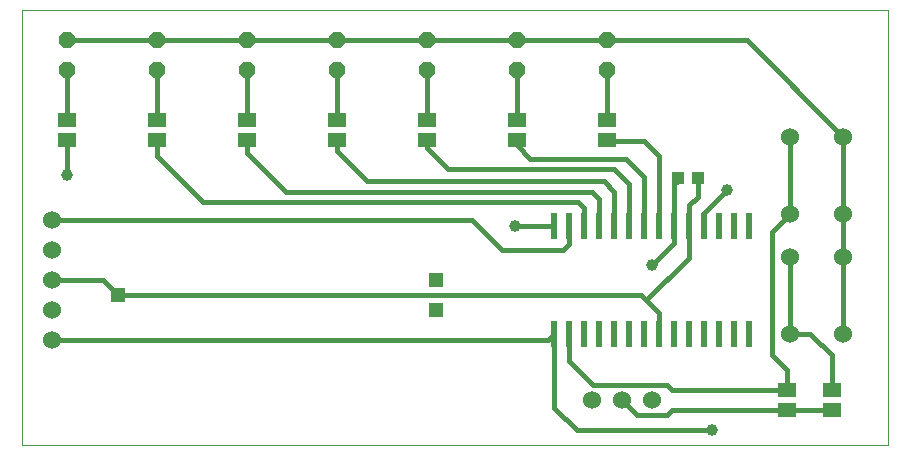
<source format=gtl>
G75*
G70*
%OFA0B0*%
%FSLAX24Y24*%
%IPPOS*%
%LPD*%
%AMOC8*
5,1,8,0,0,1.08239X$1,22.5*
%
%ADD10C,0.0000*%
%ADD11C,0.0600*%
%ADD12R,0.0236X0.0866*%
%ADD13R,0.0591X0.0512*%
%ADD14OC8,0.0520*%
%ADD15R,0.0433X0.0394*%
%ADD16R,0.0515X0.0515*%
%ADD17C,0.0160*%
%ADD18C,0.0396*%
D10*
X000494Y000101D02*
X000494Y014597D01*
X029364Y014597D01*
X029364Y000101D01*
X000494Y000101D01*
D11*
X001494Y003601D03*
X001494Y004601D03*
X001494Y005601D03*
X001494Y006601D03*
X001494Y007601D03*
X019494Y001601D03*
X020494Y001601D03*
X021494Y001601D03*
X026104Y003821D03*
X027884Y003821D03*
X027884Y006381D03*
X026104Y006381D03*
X026104Y007821D03*
X027884Y007821D03*
X027884Y010381D03*
X026104Y010381D03*
D12*
X024744Y007412D03*
X024244Y007412D03*
X023744Y007412D03*
X023244Y007412D03*
X022744Y007412D03*
X022244Y007412D03*
X021744Y007412D03*
X021244Y007412D03*
X020744Y007412D03*
X020244Y007412D03*
X019744Y007412D03*
X019244Y007412D03*
X018744Y007412D03*
X018244Y007412D03*
X018244Y003790D03*
X018744Y003790D03*
X019244Y003790D03*
X019744Y003790D03*
X020244Y003790D03*
X020744Y003790D03*
X021244Y003790D03*
X021744Y003790D03*
X022244Y003790D03*
X022744Y003790D03*
X023244Y003790D03*
X023744Y003790D03*
X024244Y003790D03*
X024744Y003790D03*
D13*
X025994Y001935D03*
X025994Y001266D03*
X027494Y001266D03*
X027494Y001935D03*
X019994Y010266D03*
X019994Y010935D03*
X016994Y010935D03*
X016994Y010266D03*
X013994Y010266D03*
X013994Y010935D03*
X010994Y010935D03*
X010994Y010266D03*
X007994Y010266D03*
X007994Y010935D03*
X004994Y010935D03*
X004994Y010266D03*
X001994Y010266D03*
X001994Y010935D03*
D14*
X001994Y012601D03*
X001994Y013601D03*
X004994Y013601D03*
X004994Y012601D03*
X007994Y012601D03*
X007994Y013601D03*
X010994Y013601D03*
X010994Y012601D03*
X013994Y012601D03*
X013994Y013601D03*
X016994Y013601D03*
X016994Y012601D03*
X019994Y012601D03*
X019994Y013601D03*
D15*
X022359Y009001D03*
X023029Y009001D03*
D16*
X014289Y005593D03*
X014289Y004609D03*
X003699Y005101D03*
D17*
X021144Y005101D01*
X021319Y004926D01*
X022744Y006351D01*
X022744Y007412D01*
X022744Y008101D01*
X023029Y008385D01*
X023029Y009001D01*
X022359Y008916D02*
X022244Y008801D01*
X022244Y007412D01*
X022244Y006851D01*
X021494Y006101D01*
X021319Y004926D02*
X021744Y004501D01*
X021744Y003790D01*
X019544Y002101D02*
X018744Y002901D01*
X018744Y003790D01*
X018244Y003790D02*
X018055Y003601D01*
X001494Y003601D01*
X003199Y005601D02*
X003699Y005101D01*
X003199Y005601D02*
X001494Y005601D01*
X001494Y007601D02*
X015494Y007601D01*
X016494Y006601D01*
X018544Y006601D01*
X018744Y006801D01*
X018744Y007412D01*
X019244Y007412D02*
X019244Y008001D01*
X019044Y008201D01*
X006544Y008201D01*
X004994Y009751D01*
X004994Y010266D01*
X004994Y010935D02*
X004994Y012601D01*
X004994Y013601D02*
X007994Y013601D01*
X010994Y013601D01*
X013994Y013601D01*
X016994Y013601D01*
X019994Y013601D01*
X024664Y013601D01*
X027884Y010381D01*
X027884Y007821D01*
X027884Y006381D01*
X027884Y003821D01*
X027494Y003101D02*
X026774Y003821D01*
X026104Y003821D01*
X026104Y006381D01*
X025494Y007211D02*
X026104Y007821D01*
X026104Y010381D01*
X023994Y008601D02*
X023244Y007851D01*
X023244Y007412D01*
X021744Y007412D02*
X021744Y009751D01*
X021244Y010251D01*
X020009Y010251D01*
X019994Y010266D01*
X019994Y010935D02*
X019994Y012601D01*
X016994Y012601D02*
X016994Y010935D01*
X016994Y010266D02*
X016994Y010101D01*
X017444Y009651D01*
X020644Y009651D01*
X021244Y009051D01*
X021244Y007412D01*
X020744Y007412D02*
X020744Y008801D01*
X020244Y009301D01*
X014694Y009301D01*
X013994Y010001D01*
X013994Y010266D01*
X013994Y010935D02*
X013994Y012601D01*
X010994Y012601D02*
X010994Y010935D01*
X010994Y010266D02*
X010994Y009901D01*
X011994Y008901D01*
X019894Y008901D01*
X020244Y008551D01*
X020244Y007412D01*
X019744Y007412D02*
X019744Y008301D01*
X019494Y008551D01*
X009294Y008551D01*
X007994Y009851D01*
X007994Y010266D01*
X007994Y010935D02*
X007994Y012601D01*
X004994Y013601D02*
X001994Y013601D01*
X001994Y012601D02*
X001994Y010935D01*
X001994Y010266D02*
X001994Y009101D01*
X016944Y007401D02*
X018233Y007401D01*
X018244Y007412D01*
X018244Y003790D02*
X018244Y001351D01*
X018994Y000601D01*
X023494Y000601D01*
X022159Y001266D02*
X021994Y001101D01*
X020994Y001101D01*
X020494Y001601D01*
X019544Y002101D02*
X021994Y002101D01*
X022159Y001935D01*
X025994Y001935D01*
X025994Y002601D01*
X025494Y003101D01*
X025494Y007211D01*
X027494Y003101D02*
X027494Y001935D01*
X027494Y001266D02*
X025994Y001266D01*
X022159Y001266D01*
D18*
X023494Y000601D03*
X021494Y006101D03*
X023994Y008601D03*
X016944Y007401D03*
X001994Y009101D03*
M02*

</source>
